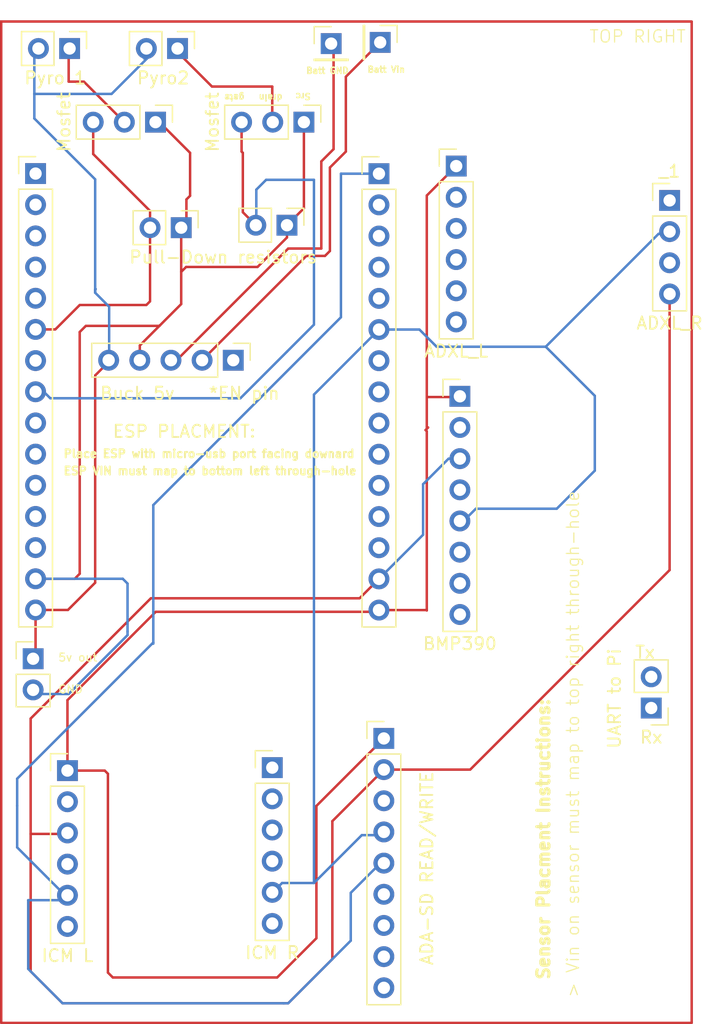
<source format=kicad_pcb>
(kicad_pcb (version 20241229) (generator "pcbnew") (generator_version "9.0")
  (layers (0 "F.Cu" mixed) (4 "In1.Cu" signal) (6 "In2.Cu" signal) (2 "B.Cu" mixed) (13 "F.Paste" user) (15 "B.Paste" user) (5 "F.SilkS" user "F.Silkscreen") (7 "B.SilkS" user "B.Silkscreen") (1 "F.Mask" user) (3 "B.Mask" user) (25 "Edge.Cuts" user))
  (net 0 "")
  (net 4 "Net-(-4-Pin_2)")
  (net 5 "Net-(-6-Pin_2)")
  (net 7 "unconnected-(J2-Pin_4-Pad4)")
  (net 10 "Battery Ground")
  (net 12 "/Vin")
  (net 16 "/GND_2")
  (net 17 "/CS_4")
  (net 19 "/MOSI")
  (net 21 "unconnected-(J9-Pin_7-Pad7)")
  (net 22 "/RX")
  (net 24 "/TX")
  (net 25 "unconnected-(J9-Pin_6-Pad6)")
  (footprint "Connector_PinHeader_2.54mm:PinHeader_1x02_P2.54mm_Vertical" (layer "F.Cu") (at 99.075 37.8 -90)
    (property "Reference" "-6" (hide yes))
    (property "Value" "Pull-Down resistors" (at 2.4 -3.425 0) (layer "F.SilkS"))
    (fp_line (start -1.38 3.92) (end 1.38 3.92) (stroke (width 0.12)) (layer "F.SilkS"))
    (fp_line (start -1.38 1.27) (end -1.38 3.92) (stroke (width 0.12)) (layer "F.SilkS"))
    (fp_line (start -1.38 1.27) (end 1.38 1.27) (stroke (width 0.12)) (layer "F.SilkS"))
    (fp_line (start 1.38 1.27) (end 1.38 3.92) (stroke (width 0.12)) (layer "F.SilkS"))
    (fp_line (start -1.38 0) (end -1.38 -1.38) (stroke (width 0.12)) (layer "F.SilkS"))
    (fp_line (start -1.38 -1.38) (end 0 -1.38) (stroke (width 0.12)) (layer "F.SilkS"))
    (pad "1" thru_hole rect (at 0 0 270) (size 1.7 1.7) (drill 1) (layers "*.Cu" "*.Mask"))
    (pad "2" thru_hole circle (at 0 2.54 270) (size 1.7 1.7) (drill 1) (layers "*.Cu" "*.Mask"))
  )
  (footprint "Connector_PinHeader_2.54mm:PinHeader_1x03_P2.54mm_Vertical" (layer "F.Cu") (at 109.08 29.2 -90)
    (property "Reference" "-3" (hide yes))
    (property "Value" "Mosfet" (at 0 7.46 90) (layer "F.SilkS"))
    (fp_line (start -1.38 6.46) (end 1.38 6.46) (stroke (width 0.12)) (layer "F.SilkS"))
    (fp_line (start -1.38 1.27) (end -1.38 6.46) (stroke (width 0.12)) (layer "F.SilkS"))
    (fp_line (start -1.38 1.27) (end 1.38 1.27) (stroke (width 0.12)) (layer "F.SilkS"))
    (fp_line (start 1.38 1.27) (end 1.38 6.46) (stroke (width 0.12)) (layer "F.SilkS"))
    (fp_line (start -1.38 0) (end -1.38 -1.38) (stroke (width 0.12)) (layer "F.SilkS"))
    (fp_line (start -1.38 -1.38) (end 0 -1.38) (stroke (width 0.12)) (layer "F.SilkS"))
    (pad "1" thru_hole rect (at 0 0 270) (size 1.7 1.7) (drill 1) (layers "*.Cu" "*.Mask"))
    (pad "2" thru_hole circle (at 0 2.54 270) (size 1.7 1.7) (drill 1) (layers "*.Cu" "*.Mask"))
    (pad "3" thru_hole circle (at 0 5.08 270) (size 1.7 1.7) (drill 1) (layers "*.Cu" "*.Mask"))
  )
  (footprint "Connector_PinHeader_2.54mm:PinHeader_1x08_P2.54mm_Vertical" (layer "F.Cu") (at 121.8 51.54)
    (property "Reference" "BMP390" (hide yes))
    (property "Value" "BMP390" (at 0 20.16 0) (layer "F.SilkS"))
    (fp_line (start -1.38 -1.38) (end 0 -1.38) (stroke (width 0.12)) (layer "F.SilkS"))
    (fp_line (start -1.38 0) (end -1.38 -1.38) (stroke (width 0.12)) (layer "F.SilkS"))
    (fp_line (start -1.38 1.27) (end -1.38 19.16) (stroke (width 0.12)) (layer "F.SilkS"))
    (fp_line (start -1.38 1.27) (end 1.38 1.27) (stroke (width 0.12)) (layer "F.SilkS"))
    (fp_line (start -1.38 19.16) (end 1.38 19.16) (stroke (width 0.12)) (layer "F.SilkS"))
    (fp_line (start 1.38 1.27) (end 1.38 19.16) (stroke (width 0.12)) (layer "F.SilkS"))
    (pad "1" thru_hole rect (at 0 0) (size 1.7 1.7) (drill 1) (layers "*.Cu" "*.Mask"))
    (pad "2" thru_hole circle (at 0 2.54) (size 1.7 1.7) (drill 1) (layers "*.Cu" "*.Mask"))
    (pad "3" thru_hole circle (at 0 5.08) (size 1.7 1.7) (drill 1) (layers "*.Cu" "*.Mask"))
    (pad "4" thru_hole circle (at 0 7.62) (size 1.7 1.7) (drill 1) (layers "*.Cu" "*.Mask"))
    (pad "5" thru_hole circle (at 0 10.16) (size 1.7 1.7) (drill 1) (layers "*.Cu" "*.Mask"))
    (pad "6" thru_hole circle (at 0 12.7) (size 1.7 1.7) (drill 1) (layers "*.Cu" "*.Mask"))
    (pad "7" thru_hole circle (at 0 15.24) (size 1.7 1.7) (drill 1) (layers "*.Cu" "*.Mask"))
    (pad "8" thru_hole circle (at 0 17.78) (size 1.7 1.7) (drill 1) (layers "*.Cu" "*.Mask"))
  )
  (footprint "Connector_PinHeader_2.54mm:PinHeader_1x03_P2.54mm_Vertical" (layer "F.Cu") (at 96.98 29.2 -90)
    (property "Reference" "-5" (hide yes))
    (property "Value" "Mosfet" (at 0 7.46 90) (layer "F.SilkS"))
    (fp_line (start -1.38 6.46) (end 1.38 6.46) (stroke (width 0.12)) (layer "F.SilkS"))
    (fp_line (start -1.38 1.27) (end -1.38 6.46) (stroke (width 0.12)) (layer "F.SilkS"))
    (fp_line (start -1.38 1.27) (end 1.38 1.27) (stroke (width 0.12)) (layer "F.SilkS"))
    (fp_line (start 1.38 1.27) (end 1.38 6.46) (stroke (width 0.12)) (layer "F.SilkS"))
    (fp_line (start -1.38 0) (end -1.38 -1.38) (stroke (width 0.12)) (layer "F.SilkS"))
    (fp_line (start -1.38 -1.38) (end 0 -1.38) (stroke (width 0.12)) (layer "F.SilkS"))
    (pad "1" thru_hole rect (at 0 0 270) (size 1.7 1.7) (drill 1) (layers "*.Cu" "*.Mask"))
    (pad "2" thru_hole circle (at 0 2.54 270) (size 1.7 1.7) (drill 1) (layers "*.Cu" "*.Mask"))
    (pad "3" thru_hole circle (at 0 5.08 270) (size 1.7 1.7) (drill 1) (layers "*.Cu" "*.Mask"))
  )
  (footprint "Connector_PinHeader_2.54mm:PinHeader_1x02_P2.54mm_Vertical" (layer "F.Cu") (at 89.975 23.2 -90)
    (property "Reference" "Pyro 1" (hide yes))
    (property "Value" "" (hide yes))
    (fp_line (start -1.38 3.92) (end 1.38 3.92) (stroke (width 0.12)) (layer "F.SilkS"))
    (fp_line (start -1.38 1.27) (end -1.38 3.92) (stroke (width 0.12)) (layer "F.SilkS"))
    (fp_line (start -1.38 1.27) (end 1.38 1.27) (stroke (width 0.12)) (layer "F.SilkS"))
    (fp_line (start 1.38 1.27) (end 1.38 3.92) (stroke (width 0.12)) (layer "F.SilkS"))
    (fp_line (start -1.38 0) (end -1.38 -1.38) (stroke (width 0.12)) (layer "F.SilkS"))
    (fp_line (start -1.38 -1.38) (end 0 -1.38) (stroke (width 0.12)) (layer "F.SilkS"))
    (fp_text user "${REFERENCE}" (at 2.4 1.175 0) (layer "F.SilkS"))
    (pad "1" thru_hole rect (at 0 0 270) (size 1.7 1.7) (drill 1) (layers "*.Cu" "*.Mask"))
    (pad "2" thru_hole circle (at 0 2.54 270) (size 1.7 1.7) (drill 1) (layers "*.Cu" "*.Mask"))
  )
  (footprint "Connector_PinHeader_2.54mm:PinHeader_1x06_P2.54mm_Vertical" (layer "F.Cu") (at 106.5 81.8)
    (property "Reference" "-8" (hide yes))
    (property "Value" "ICM R" (at 0 15.08 0) (layer "F.SilkS"))
    (fp_line (start -1.38 -1.38) (end 0 -1.38) (stroke (width 0.12)) (layer "F.SilkS"))
    (fp_line (start -1.38 0) (end -1.38 -1.38) (stroke (width 0.12)) (layer "F.SilkS"))
    (fp_line (start -1.38 1.27) (end -1.38 14.08) (stroke (width 0.12)) (layer "F.SilkS"))
    (fp_line (start -1.38 1.27) (end 1.38 1.27) (stroke (width 0.12)) (layer "F.SilkS"))
    (fp_line (start -1.38 14.08) (end 1.38 14.08) (stroke (width 0.12)) (layer "F.SilkS"))
    (fp_line (start 1.38 1.27) (end 1.38 14.08) (stroke (width 0.12)) (layer "F.SilkS"))
    (pad "1" thru_hole rect (at 0 0) (size 1.7 1.7) (drill 1) (layers "*.Cu" "*.Mask"))
    (pad "2" thru_hole circle (at 0 2.54) (size 1.7 1.7) (drill 1) (layers "*.Cu" "*.Mask"))
    (pad "3" thru_hole circle (at 0 5.08) (size 1.7 1.7) (drill 1) (layers "*.Cu" "*.Mask"))
    (pad "4" thru_hole circle (at 0 7.62) (size 1.7 1.7) (drill 1) (layers "*.Cu" "*.Mask"))
    (pad "5" thru_hole circle (at 0 10.16) (size 1.7 1.7) (drill 1) (layers "*.Cu" "*.Mask"))
    (pad "6" thru_hole circle (at 0 12.7) (size 1.7 1.7) (drill 1) (layers "*.Cu" "*.Mask"))
  )
  (footprint "Connector_PinHeader_2.54mm:PinHeader_1x02_P2.54mm_Vertical" (layer "F.Cu") (at 107.7 37.6 -90)
    (property "Reference" "-4" (hide yes))
    (property "Value" "Pull-Down resistor" (hide yes))
    (fp_line (start -1.38 3.92) (end 1.38 3.92) (stroke (width 0.12)) (layer "F.SilkS"))
    (fp_line (start -1.38 1.27) (end -1.38 3.92) (stroke (width 0.12)) (layer "F.SilkS"))
    (fp_line (start -1.38 1.27) (end 1.38 1.27) (stroke (width 0.12)) (layer "F.SilkS"))
    (fp_line (start 1.38 1.27) (end 1.38 3.92) (stroke (width 0.12)) (layer "F.SilkS"))
    (fp_line (start -1.38 0) (end -1.38 -1.38) (stroke (width 0.12)) (layer "F.SilkS"))
    (fp_line (start -1.38 -1.38) (end 0 -1.38) (stroke (width 0.12)) (layer "F.SilkS"))
    (pad "1" thru_hole rect (at 0 0 270) (size 1.7 1.7) (drill 1) (layers "*.Cu" "*.Mask"))
    (pad "2" thru_hole circle (at 0 2.54 270) (size 1.7 1.7) (drill 1) (layers "*.Cu" "*.Mask"))
  )
  (footprint "Connector_PinHeader_2.54mm:PinHeader_1x05_P2.54mm_Vertical" (layer "F.Cu") (at 103.32 48.6 -90)
    (property "Reference" "Buck 5v" (at 2.7 7.82 180) (layer "F.SilkS"))
    (property "Value" "*EN pin" (at 2.7 -0.88 0) (layer "F.SilkS"))
    (fp_line (start -1.38 11.54) (end 1.38 11.54) (stroke (width 0.12)) (layer "F.SilkS"))
    (fp_line (start -1.38 1.27) (end -1.38 11.54) (stroke (width 0.12)) (layer "F.SilkS"))
    (fp_line (start -1.38 1.27) (end 1.38 1.27) (stroke (width 0.12)) (layer "F.SilkS"))
    (fp_line (start 1.38 1.27) (end 1.38 11.54) (stroke (width 0.12)) (layer "F.SilkS"))
    (fp_line (start -1.38 0) (end -1.38 -1.38) (stroke (width 0.12)) (layer "F.SilkS"))
    (fp_line (start -1.38 -1.38) (end 0 -1.38) (stroke (width 0.12)) (layer "F.SilkS"))
    (pad "1" thru_hole rect (at 0 0 270) (size 1.7 1.7) (drill 1) (layers "*.Cu" "*.Mask"))
    (pad "2" thru_hole circle (at 0 2.54 270) (size 1.7 1.7) (drill 1) (layers "*.Cu" "*.Mask"))
    (pad "3" thru_hole circle (at 0 5.08 270) (size 1.7 1.7) (drill 1) (layers "*.Cu" "*.Mask"))
    (pad "4" thru_hole circle (at 0 7.62 270) (size 1.7 1.7) (drill 1) (layers "*.Cu" "*.Mask"))
    (pad "5" thru_hole circle (at 0 10.16 270) (size 1.7 1.7) (drill 1) (layers "*.Cu" "*.Mask"))
  )
  (footprint "Connector_PinHeader_2.54mm:PinHeader_1x15_P2.54mm_Vertical" (layer "F.Cu") (at 87.2 33.39)
    (property "Reference" "ESP_L" (hide yes))
    (property "Value" "ESP left_pins" (hide yes))
    (fp_line (start -1.38 -1.38) (end 0 -1.38) (stroke (width 0.12)) (layer "F.SilkS"))
    (fp_line (start -1.38 0) (end -1.38 -1.38) (stroke (width 0.12)) (layer "F.SilkS"))
    (fp_line (start -1.38 1.27) (end -1.38 36.94) (stroke (width 0.12)) (layer "F.SilkS"))
    (fp_line (start -1.38 1.27) (end 1.38 1.27) (stroke (width 0.12)) (layer "F.SilkS"))
    (fp_line (start -1.38 36.94) (end 1.38 36.94) (stroke (width 0.12)) (layer "F.SilkS"))
    (fp_line (start 1.38 1.27) (end 1.38 36.94) (stroke (width 0.12)) (layer "F.SilkS"))
    (pad "1" thru_hole rect (at 0 0) (size 1.7 1.7) (drill 1) (layers "*.Cu" "*.Mask"))
    (pad "2" thru_hole circle (at 0 2.54) (size 1.7 1.7) (drill 1) (layers "*.Cu" "*.Mask"))
    (pad "3" thru_hole circle (at 0 5.08) (size 1.7 1.7) (drill 1) (layers "*.Cu" "*.Mask"))
    (pad "4" thru_hole circle (at 0 7.62) (size 1.7 1.7) (drill 1) (layers "*.Cu" "*.Mask") (net 7 "unconnected-(J2-Pin_4-Pad4)"))
    (pad "5" thru_hole circle (at 0 10.16) (size 1.7 1.7) (drill 1) (layers "*.Cu" "*.Mask"))
    (pad "6" thru_hole circle (at 0 12.7) (size 1.7 1.7) (drill 1) (layers "*.Cu" "*.Mask") (net 5 "Net-(-6-Pin_2)"))
    (pad "7" thru_hole circle (at 0 15.24) (size 1.7 1.7) (drill 1) (layers "*.Cu" "*.Mask"))
    (pad "8" thru_hole circle (at 0 17.78) (size 1.7 1.7) (drill 1) (layers "*.Cu" "*.Mask") (net 4 "Net-(-4-Pin_2)"))
    (pad "9" thru_hole circle (at 0 20.32) (size 1.7 1.7) (drill 1) (layers "*.Cu" "*.Mask"))
    (pad "10" thru_hole circle (at 0 22.86) (size 1.7 1.7) (drill 1) (layers "*.Cu" "*.Mask"))
    (pad "11" thru_hole circle (at 0 25.4) (size 1.7 1.7) (drill 1) (layers "*.Cu" "*.Mask"))
    (pad "12" thru_hole circle (at 0 27.94) (size 1.7 1.7) (drill 1) (layers "*.Cu" "*.Mask"))
    (pad "13" thru_hole circle (at 0 30.48) (size 1.7 1.7) (drill 1) (layers "*.Cu" "*.Mask"))
    (pad "14" thru_hole circle (at 0 33.02) (size 1.7 1.7) (drill 1) (layers "*.Cu" "*.Mask") (net 16 "/GND_2"))
    (pad "15" thru_hole circle (at 0 35.56) (size 1.7 1.7) (drill 1) (layers "*.Cu" "*.Mask") (net 12 "/Vin"))
  )
  (footprint "Connector_PinHeader_2.54mm:PinHeader_1x01_P2.54mm_Vertical" (layer "F.Cu") (at 115.3 22.7 -90)
    (property "Reference" "J4" (hide yes))
    (property "Value" "Batt_Vin" (hide yes))
    (fp_line (start -1.38 1.38) (end 1.38 1.38) (stroke (width 0.12)) (layer "F.SilkS"))
    (fp_line (start -1.38 1.27) (end -1.38 1.38) (stroke (width 0.12)) (layer "F.SilkS"))
    (fp_line (start -1.38 1.27) (end 1.38 1.27) (stroke (width 0.12)) (layer "F.SilkS"))
    (fp_line (start 1.38 1.27) (end 1.38 1.38) (stroke (width 0.12)) (layer "F.SilkS"))
    (fp_line (start -1.38 0) (end -1.38 -1.38) (stroke (width 0.12)) (layer "F.SilkS"))
    (fp_line (start -1.38 -1.38) (end 0 -1.38) (stroke (width 0.12)) (layer "F.SilkS"))
    (pad "1" thru_hole rect (at 0 0 270) (size 1.7 1.7) (drill 1) (layers "*.Cu" "*.Mask"))
  )
  (footprint "Connector_PinHeader_2.54mm:PinHeader_1x01_P2.54mm_Vertical" (layer "F.Cu") (at 111.3 22.8)
    (property "Reference" "Batt GND" (at -0.3 2.2 0) (layer "F.SilkS") (effects (font (size 0.5 0.5) (thickness 0.1375))))
    (property "Value" "Batt_GND" (hide yes))
    (fp_line (start -1.38 -1.38) (end 0 -1.38) (stroke (width 0.12)) (layer "F.SilkS"))
    (fp_line (start -1.38 0) (end -1.38 -1.38) (stroke (width 0.12)) (layer "F.SilkS"))
    (fp_line (start -1.38 1.27) (end -1.38 1.38) (stroke (width 0.12)) (layer "F.SilkS"))
    (fp_line (start -1.38 1.27) (end 1.38 1.27) (stroke (width 0.12)) (layer "F.SilkS"))
    (fp_line (start -1.38 1.38) (end 1.38 1.38) (stroke (width 0.12)) (layer "F.SilkS"))
    (fp_line (start 1.38 1.27) (end 1.38 1.38) (stroke (width 0.12)) (layer "F.SilkS"))
    (pad "1" thru_hole rect (at 0 0) (size 1.7 1.7) (drill 1) (layers "*.Cu" "*.Mask") (net 10 "Battery Ground"))
  )
  (footprint "Connector_PinHeader_2.54mm:PinHeader_1x04_P2.54mm_Vertical" (layer "F.Cu") (at 138.9 35.58)
    (property "Reference" "_1" (at 0 -2.38 0) (layer "F.SilkS"))
    (property "Value" "ADXL_R" (at 0 10 0) (layer "F.SilkS"))
    (fp_line (start -1.38 -1.38) (end 0 -1.38) (stroke (width 0.12)) (layer "F.SilkS"))
    (fp_line (start -1.38 0) (end -1.38 -1.38) (stroke (width 0.12)) (layer "F.SilkS"))
    (fp_line (start -1.38 1.27) (end -1.38 9) (stroke (width 0.12)) (layer "F.SilkS"))
    (fp_line (start -1.38 1.27) (end 1.38 1.27) (stroke (width 0.12)) (layer "F.SilkS"))
    (fp_line (start -1.38 9) (end 1.38 9) (stroke (width 0.12)) (layer "F.SilkS"))
    (fp_line (start 1.38 1.27) (end 1.38 9) (stroke (width 0.12)) (layer "F.SilkS"))
    (pad "1" thru_hole rect (at 0 0) (size 1.7 1.7) (drill 1) (layers "*.Cu" "*.Mask"))
    (pad "2" thru_hole circle (at 0 2.54) (size 1.7 1.7) (drill 1) (layers "*.Cu" "*.Mask"))
    (pad "3" thru_hole circle (at 0 5.08) (size 1.7 1.7) (drill 1) (layers "*.Cu" "*.Mask"))
    (pad "4" thru_hole circle (at 0 7.62) (size 1.7 1.7) (drill 1) (layers "*.Cu" "*.Mask"))
  )
  (footprint "Connector_PinHeader_2.54mm:PinHeader_1x06_P2.54mm_Vertical" (layer "F.Cu") (at 89.8 82.04)
    (property "Reference" "-7" (hide yes))
    (property "Value" "ICM L" (at 0 15.08 0) (layer "F.SilkS"))
    (fp_line (start -1.38 -1.38) (end 0 -1.38) (stroke (width 0.12)) (layer "F.SilkS"))
    (fp_line (start -1.38 0) (end -1.38 -1.38) (stroke (width 0.12)) (layer "F.SilkS"))
    (fp_line (start -1.38 1.27) (end -1.38 14.08) (stroke (width 0.12)) (layer "F.SilkS"))
    (fp_line (start -1.38 1.27) (end 1.38 1.27) (stroke (width 0.12)) (layer "F.SilkS"))
    (fp_line (start -1.38 14.08) (end 1.38 14.08) (stroke (width 0.12)) (layer "F.SilkS"))
    (fp_line (start 1.38 1.27) (end 1.38 14.08) (stroke (width 0.12)) (layer "F.SilkS"))
    (pad "1" thru_hole rect (at 0 0) (size 1.7 1.7) (drill 1) (layers "*.Cu" "*.Mask"))
    (pad "2" thru_hole circle (at 0 2.54) (size 1.7 1.7) (drill 1) (layers "*.Cu" "*.Mask"))
    (pad "3" thru_hole circle (at 0 5.08) (size 1.7 1.7) (drill 1) (layers "*.Cu" "*.Mask"))
    (pad "4" thru_hole circle (at 0 7.62) (size 1.7 1.7) (drill 1) (layers "*.Cu" "*.Mask"))
    (pad "5" thru_hole circle (at 0 10.16) (size 1.7 1.7) (drill 1) (layers "*.Cu" "*.Mask"))
    (pad "6" thru_hole circle (at 0 12.7) (size 1.7 1.7) (drill 1) (layers "*.Cu" "*.Mask"))
  )
  (footprint "Connector_PinHeader_2.54mm:PinHeader_1x09_P2.54mm_Vertical" (layer "F.Cu") (at 115.6 79.42)
    (property "Reference" "J11" (hide yes))
    (property "Value" "ADA-SD READ/WRITE" (at 3.5 10.58 90) (layer "F.SilkS"))
    (fp_line (start -1.38 -1.38) (end 0 -1.38) (stroke (width 0.12)) (layer "F.SilkS"))
    (fp_line (start -1.38 0) (end -1.38 -1.38) (stroke (width 0.12)) (layer "F.SilkS"))
    (fp_line (start -1.38 1.27) (end -1.38 21.7) (stroke (width 0.12)) (layer "F.SilkS"))
    (fp_line (start -1.38 1.27) (end 1.38 1.27) (stroke (width 0.12)) (layer "F.SilkS"))
    (fp_line (start -1.38 21.7) (end 1.38 21.7) (stroke (width 0.12)) (layer "F.SilkS"))
    (fp_line (start 1.38 1.27) (end 1.38 21.7) (stroke (width 0.12)) (layer "F.SilkS"))
    (pad "1" thru_hole rect (at 0 0) (size 1.7 1.7) (drill 1) (layers "*.Cu" "*.Mask"))
    (pad "2" thru_hole circle (at 0 2.54) (size 1.7 1.7) (drill 1) (layers "*.Cu" "*.Mask"))
    (pad "3" thru_hole circle (at 0 5.08) (size 1.7 1.7) (drill 1) (layers "*.Cu" "*.Mask"))
    (pad "4" thru_hole circle (at 0 7.62) (size 1.7 1.7) (drill 1) (layers "*.Cu" "*.Mask"))
    (pad "5" thru_hole circle (at 0 10.16) (size 1.7 1.7) (drill 1) (layers "*.Cu" "*.Mask"))
    (pad "6" thru_hole circle (at 0 12.7) (size 1.7 1.7) (drill 1) (layers "*.Cu" "*.Mask"))
    (pad "7" thru_hole circle (at 0 15.24) (size 1.7 1.7) (drill 1) (layers "*.Cu" "*.Mask"))
    (pad "8" thru_hole circle (at 0 17.78) (size 1.7 1.7) (drill 1) (layers "*.Cu" "*.Mask"))
    (pad "9" thru_hole circle (at 0 20.32) (size 1.7 1.7) (drill 1) (layers "*.Cu" "*.Mask"))
  )
  (footprint "Connector_PinHeader_2.54mm:PinHeader_1x15_P2.54mm_Vertical" (layer "F.Cu") (at 115.2 33.4)
    (property "Reference" "ESP_R" (hide yes))
    (property "Value" "ESP right_pins" (hide yes))
    (fp_line (start -1.38 -1.38) (end 0 -1.38) (stroke (width 0.12)) (layer "F.SilkS"))
    (fp_line (start -1.38 0) (end -1.38 -1.38) (stroke (width 0.12)) (layer "F.SilkS"))
    (fp_line (start -1.38 1.27) (end -1.38 36.94) (stroke (width 0.12)) (layer "F.SilkS"))
    (fp_line (start -1.38 1.27) (end 1.38 1.27) (stroke (width 0.12)) (layer "F.SilkS"))
    (fp_line (start -1.38 36.94) (end 1.38 36.94) (stroke (width 0.12)) (layer "F.SilkS"))
    (fp_line (start 1.38 1.27) (end 1.38 36.94) (stroke (width 0.12)) (layer "F.SilkS"))
    (pad "1" thru_hole rect (at 0 0) (size 1.7 1.7) (drill 1) (layers "*.Cu" "*.Mask") (net 19 "/MOSI"))
    (pad "2" thru_hole circle (at 0 2.54) (size 1.7 1.7) (drill 1) (layers "*.Cu" "*.Mask"))
    (pad "3" thru_hole circle (at 0 5.08) (size 1.7 1.7) (drill 1) (layers "*.Cu" "*.Mask"))
    (pad "4" thru_hole circle (at 0 7.62) (size 1.7 1.7) (drill 1) (layers "*.Cu" "*.Mask"))
    (pad "5" thru_hole circle (at 0 10.16) (size 1.7 1.7) (drill 1) (layers "*.Cu" "*.Mask"))
    (pad "6" thru_hole circle (at 0 12.7) (size 1.7 1.7) (drill 1) (layers "*.Cu" "*.Mask") (net 25 "unconnected-(J9-Pin_6-Pad6)"))
    (pad "7" thru_hole circle (at 0 15.24) (size 1.7 1.7) (drill 1) (layers "*.Cu" "*.Mask") (net 21 "unconnected-(J9-Pin_7-Pad7)"))
    (pad "8" thru_hole circle (at 0 17.78) (size 1.7 1.7) (drill 1) (layers "*.Cu" "*.Mask") (net 17 "/CS_4"))
    (pad "9" thru_hole circle (at 0 20.32) (size 1.7 1.7) (drill 1) (layers "*.Cu" "*.Mask") (net 24 "/TX"))
    (pad "10" thru_hole circle (at 0 22.86) (size 1.7 1.7) (drill 1) (layers "*.Cu" "*.Mask") (net 22 "/RX"))
    (pad "11" thru_hole circle (at 0 25.4) (size 1.7 1.7) (drill 1) (layers "*.Cu" "*.Mask"))
    (pad "12" thru_hole circle (at 0 27.94) (size 1.7 1.7) (drill 1) (layers "*.Cu" "*.Mask"))
    (pad "13" thru_hole circle (at 0 30.48) (size 1.7 1.7) (drill 1) (layers "*.Cu" "*.Mask"))
    (pad "14" thru_hole circle (at 0 33.02) (size 1.7 1.7) (drill 1) (layers "*.Cu" "*.Mask"))
    (pad "15" thru_hole circle (at 0 35.56) (size 1.7 1.7) (drill 1) (layers "*.Cu" "*.Mask"))
  )
  (footprint "Connector_PinHeader_2.54mm:PinHeader_1x06_P2.54mm_Vertical" (layer "F.Cu") (at 121.5 32.78)
    (property "Reference" "_2" (hide yes))
    (property "Value" "ADXL_L" (at 0 15.08 0) (layer "F.SilkS"))
    (fp_line (start -1.38 -1.38) (end 0 -1.38) (stroke (width 0.12)) (layer "F.SilkS"))
    (fp_line (start -1.38 0) (end -1.38 -1.38) (stroke (width 0.12)) (layer "F.SilkS"))
    (fp_line (start -1.38 1.27) (end -1.38 14.08) (stroke (width 0.12)) (layer "F.SilkS"))
    (fp_line (start -1.38 1.27) (end 1.38 1.27) (stroke (width 0.12)) (layer "F.SilkS"))
    (fp_line (start -1.38 14.08) (end 1.38 14.08) (stroke (width 0.12)) (layer "F.SilkS"))
    (fp_line (start 1.38 1.27) (end 1.38 14.08) (stroke (width 0.12)) (layer "F.SilkS"))
    (pad "1" thru_hole rect (at 0 0) (size 1.7 1.7) (drill 1) (layers "*.Cu" "*.Mask"))
    (pad "2" thru_hole circle (at 0 2.54) (size 1.7 1.7) (drill 1) (layers "*.Cu" "*.Mask"))
    (pad "3" thru_hole circle (at 0 5.08) (size 1.7 1.7) (drill 1) (layers "*.Cu" "*.Mask"))
    (pad "4" thru_hole circle (at 0 7.62) (size 1.7 1.7) (drill 1) (layers "*.Cu" "*.Mask"))
    (pad "5" thru_hole circle (at 0 10.16) (size 1.7 1.7) (drill 1) (layers "*.Cu" "*.Mask"))
    (pad "6" thru_hole circle (at 0 12.7) (size 1.7 1.7) (drill 1) (layers "*.Cu" "*.Mask"))
  )
  (footprint "Connector_PinHeader_2.54mm:PinHeader_1x02_P2.54mm_Vertical" (layer "F.Cu") (at 98.775 23.2 -90)
    (property "Reference" "_3" (hide yes))
    (property "Value" "Pyro2" (at 2.4 1.175 180) (layer "F.SilkS"))
    (fp_line (start -1.38 3.92) (end 1.38 3.92) (stroke (width 0.12)) (layer "F.SilkS"))
    (fp_line (start -1.38 1.27) (end -1.38 3.92) (stroke (width 0.12)) (layer "F.SilkS"))
    (fp_line (start -1.38 1.27) (end 1.38 1.27) (stroke (width 0.12)) (layer "F.SilkS"))
    (fp_line (start 1.38 1.27) (end 1.38 3.92) (stroke (width 0.12)) (layer "F.SilkS"))
    (fp_line (start -1.38 0) (end -1.38 -1.38) (stroke (width 0.12)) (layer "F.SilkS"))
    (fp_line (start -1.38 -1.38) (end 0 -1.38) (stroke (width 0.12)) (layer "F.SilkS"))
    (pad "1" thru_hole rect (at 0 0 270) (size 1.7 1.7) (drill 1) (layers "*.Cu" "*.Mask"))
    (pad "2" thru_hole circle (at 0 2.54 270) (size 1.7 1.7) (drill 1) (layers "*.Cu" "*.Mask"))
  )
  (footprint "Connector_PinHeader_2.54mm:PinHeader_1x02_P2.54mm_Vertical" (layer "F.Cu") (at 137.4 76.94 180)
    (property "Reference" "Rx" (at 0 -2.38 0) (layer "F.SilkS"))
    (property "Value" "UART to Pi" (at 3 0.775 90) (layer "F.SilkS"))
    (fp_line (start 1.38 1.27) (end 1.38 3.92) (stroke (width 0.12)) (layer "F.SilkS"))
    (fp_line (start -1.38 3.92) (end 1.38 3.92) (stroke (width 0.12)) (layer "F.SilkS"))
    (fp_line (start -1.38 1.27) (end 1.38 1.27) (stroke (width 0.12)) (layer "F.SilkS"))
    (fp_line (start -1.38 1.27) (end -1.38 3.92) (stroke (width 0.12)) (layer "F.SilkS"))
    (fp_line (start -1.38 0) (end -1.38 -1.38) (stroke (width 0.12)) (layer "F.SilkS"))
    (fp_line (start -1.38 -1.38) (end 0 -1.38) (stroke (width 0.12)) (layer "F.SilkS"))
    (fp_text user "Tx" (at 0.5 4.54 180) (layer "F.SilkS"))
    (pad "1" thru_hole rect (at 0 0 180) (size 1.7 1.7) (drill 1) (layers "*.Cu" "*.Mask"))
    (pad "2" thru_hole circle (at 0 2.54 180) (size 1.7 1.7) (drill 1) (layers "*.Cu" "*.Mask"))
  )
  (footprint "Connector_PinHeader_2.54mm:PinHeader_1x02_P2.54mm_Vertical" (layer "F.Cu") (at 87 72.925)
    (property "Reference" "ESP PLACMENT: " (at 12.7 -18.525 0) (layer "F.SilkS"))
    (property "Value" "PowerToPi" (hide yes))
    (fp_line (start -1.38 -1.38) (end 0 -1.38) (stroke (width 0.12)) (layer "F.SilkS"))
    (fp_line (start -1.38 0) (end -1.38 -1.38) (stroke (width 0.12)) (layer "F.SilkS"))
    (fp_line (start -1.38 1.27) (end -1.38 3.92) (stroke (width 0.12)) (layer "F.SilkS"))
    (fp_line (start -1.38 1.27) (end 1.38 1.27) (stroke (width 0.12)) (layer "F.SilkS"))
    (fp_line (start -1.38 3.92) (end 1.38 3.92) (stroke (width 0.12)) (layer "F.SilkS"))
    (fp_line (start 1.38 1.27) (end 1.38 3.92) (stroke (width 0.12)) (layer "F.SilkS"))
    (pad "1" thru_hole rect (at 0 0) (size 1.7 1.7) (drill 1) (layers "*.Cu" "*.Mask"))
    (pad "2" thru_hole circle (at 0 2.54) (size 1.7 1.7) (drill 1) (layers "*.Cu" "*.Mask"))
  )
  (gr_rect (start 84.4 21) (end 140.7 102.6) (stroke (width 0.2)) (fill no) (layer "F.Cu") (net 10))
  (gr_text "Place ESP with micro-usb port facing downard" (at 89.4 56.6 0) (layer "F.SilkS") (effects (font (size 0.65 0.65) (thickness 0.3) (bold yes)) (justify left bottom)))
  (gr_text "Src\n" (at 109.7 26.8 180) (layer "F.SilkS") (effects (font (size 0.5 0.5) (thickness 0.3) (bold yes)) (justify left bottom)))
  (gr_text "> Vin on sensor must map to top right through-hole\n" (at 131.6 100.6 90) (layer "F.SilkS") (effects (font (size 1 1) (thickness 0.1)) (justify left bottom)))
  (gr_text "TOP RIGHT" (at 132.3 22.8 0) (layer "F.SilkS") (effects (font (size 1 1) (thickness 0.1)) (justify left bottom)))
  (gr_text "ESP VIN must map to bottom left through-hole\n" (at 89.4 58 0) (layer "F.SilkS") (effects (font (size 0.65 0.65) (thickness 0.65) (bold yes)) (justify left bottom)))
  (gr_text "5v out" (at 89 73.2 0) (layer "F.SilkS") (effects (font (size 0.65 0.65) (thickness 0.1)) (justify left bottom)))
  (gr_text "GND" (at 89 75.8 0) (layer "F.SilkS") (effects (font (size 0.65 0.65) (thickness 0.1)) (justify left bottom)))
  (gr_text "drain\n" (at 107.4 26.9 180) (layer "F.SilkS") (effects (font (size 0.5 0.5) (thickness 0.3) (bold yes)) (justify left bottom)))
  (gr_text "Sensor Placment Instructions:" (at 129.2 99.2 90) (layer "F.SilkS") (effects (font (size 1 1) (thickness 0.3) (bold yes)) (justify left bottom)))
  (gr_text "gate" (at 104.3 26.9 180) (layer "F.SilkS") (effects (font (size 0.5 0.5) (thickness 0.3) (bold yes)) (justify left bottom)))
  (gr_text "Batt Vin" (at 114.2 25.2 0) (layer "F.SilkS") (effects (font (size 0.5 0.5) (thickness 0.3) (bold yes)) (justify left bottom)))
  (segment (start 89.8 82.04) (end 92.84 82.04) (width 0.2) (layer "F.Cu") (net 0))
  (segment (start 119.1 54.19) (end 119.1 51.6) (width 0.2) (layer "F.Cu") (net 0))
  (segment (start 113.62 68) (end 96.6 68) (width 0.2) (layer "F.Cu") (net 0))
  (segment (start 119.1 68.99) (end 119.1 54.39) (width 0.2) (layer "F.Cu") (net 0))
  (segment (start 115.06 69.1) (end 97 69.1) (width 0.2) (layer "F.Cu") (net 0))
  (segment (start 119.1 51.6) (end 119.1 35.18) (width 0.2) (layer "F.Cu") (net 0))
  (segment (start 110.1 95.7) (end 110.1 84.92) (width 0.2) (layer "F.Cu") (net 0))
  (segment (start 119.1 51.6) (end 121.74 51.6) (width 0.2) (layer "F.Cu") (net 0))
  (segment (start 115.74 81.82) (end 115.6 81.96) (width 0.2) (layer "F.Cu") (net 0))
  (segment (start 89.72 87.2) (end 89.8 87.12) (width 0.2) (layer "F.Cu") (net 0))
  (segment (start 112.5 25.5) (end 112.5 31.6) (width 0.2) (layer "F.Cu") (net 0))
  (segment (start 106.54 29.2) (end 106.5 29.16) (width 0.2) (layer "F.Cu") (net 0))
  (segment (start 106.5 29.16) (end 106.5 26.3) (width 0.2) (layer "F.Cu") (net 0))
  (segment (start 110.8 40.1) (end 109.28 40.1) (width 0.2) (layer "F.Cu") (net 0))
  (segment (start 89.8 76.3) (end 89.8 82.04) (width 0.2) (layer "F.Cu") (net 0))
  (segment (start 115.6 81.96) (end 122.64 81.96) (width 0.2) (layer "F.Cu") (net 0))
  (segment (start 107.8 101) (end 111.4 97.4) (width 0.2) (layer "F.Cu") (net 0))
  (segment (start 92.84 82.04) (end 93.1 82.3) (width 0.2) (layer "F.Cu") (net 0))
  (segment (start 115.3 22.7) (end 112.5 25.5) (width 0.2) (layer "F.Cu") (net 0))
  (segment (start 115.2 66.42) (end 113.62 68) (width 0.2) (layer "F.Cu") (net 0))
  (segment (start 138.9 65.7) (end 138.9 43.2) (width 0.2) (layer "F.Cu") (net 0))
  (segment (start 111.2 32.9) (end 111.2 39.7) (width 0.2) (layer "F.Cu") (net 0))
  (segment (start 115.2 68.96) (end 119.07 68.96) (width 0.2) (layer "F.Cu") (net 0))
  (segment (start 119.1 54.19) (end 119.21 54.08) (width 0.2) (layer "F.Cu") (net 0))
  (segment (start 89.9 25.9) (end 89.9 23.275) (width 0.2) (layer "F.Cu") (net 0))
  (segment (start 86.8 77.8) (end 86.8 87.2) (width 0.2) (layer "F.Cu") (net 0))
  (segment (start 109.28 40.1) (end 100.78 48.6) (width 0.2) (layer "F.Cu") (net 0))
  (segment (start 111.4 86.16) (end 115.6 81.96) (width 0.2) (layer "F.Cu") (net 0))
  (segment (start 119.1 35.18) (end 121.5 32.78) (width 0.2) (layer "F.Cu") (net 0))
  (segment (start 111.4 97.4) (end 111.4 86.16) (width 0.2) (layer "F.Cu") (net 0))
  (segment (start 119 54.29) (end 119.1 54.19) (width 0.2) (layer "F.Cu") (net 0))
  (segment (start 89.4 101) (end 107.8 101) (width 0.2) (layer "F.Cu") (net 0))
  (segment (start 115.2 68.96) (end 115.06 69.1) (width 0.2) (layer "F.Cu") (net 0))
  (segment (start 89.9 23.275) (end 89.975 23.2) (width 0.2) (layer "F.Cu") (net 0))
  (segment (start 106.5 26.3) (end 101.585 26.3) (width 0.2) (layer "F.Cu") (net 0))
  (segment (start 101.585 26.3) (end 99.185 23.9) (width 0.2) (layer "F.Cu") (net 0))
  (segment (start 96.6 68) (end 86.8 77.8) (width 0.2) (layer "F.Cu") (net 0))
  (segment (start 86.8 98.4) (end 89.4 101) (width 0.2) (layer "F.Cu") (net 0))
  (segment (start 93.1 82.3) (end 93.1 98.5) (width 0.2) (layer "F.Cu") (net 0))
  (segment (start 111.2 39.7) (end 110.8 40.1) (width 0.2) (layer "F.Cu") (net 0))
  (segment (start 86.8 87.2) (end 89.72 87.2) (width 0.2) (layer "F.Cu") (net 0))
  (segment (start 110.1 84.92) (end 115.6 79.42) (width 0.2) (layer "F.Cu") (net 0))
  (segment (start 86.8 87.2) (end 86.8 98.4) (width 0.2) (layer "F.Cu") (net 0))
  (segment (start 115.2 79.02) (end 115.6 79.42) (width 0.2) (layer "F.Cu") (net 0))
  (segment (start 93.5 98.9) (end 106.9 98.9) (width 0.2) (layer "F.Cu") (net 0))
  (segment (start 119.07 68.96) (end 119.1 68.99) (width 0.2) (layer "F.Cu") (net 0))
  (segment (start 91.14 25.9) (end 89.9 25.9) (width 0.2) (layer "F.Cu") (net 0))
  (segment (start 93.1 98.5) (end 93.5 98.9) (width 0.2) (layer "F.Cu") (net 0))
  (segment (start 112.5 31.6) (end 111.2 32.9) (width 0.2) (layer "F.Cu") (net 0))
  (segment (start 121.74 51.6) (end 121.8 51.54) (width 0.2) (layer "F.Cu") (net 0))
  (segment (start 119.1 54.39) (end 119 54.29) (width 0.2) (layer "F.Cu") (net 0))
  (segment (start 94.44 29.2) (end 91.14 25.9) (width 0.2) (layer "F.Cu") (net 0))
  (segment (start 97 69.1) (end 89.8 76.3) (width 0.2) (layer "F.Cu") (net 0))
  (segment (start 122.64 81.96) (end 138.9 65.7) (width 0.2) (layer "F.Cu") (net 0))
  (segment (start 106.9 98.9) (end 110.1 95.7) (width 0.2) (layer "F.Cu") (net 0))
  (segment (start 115.2 66.42) (end 118.8 62.82) (width 0.2) (layer "B.Cu") (net 0))
  (segment (start 115.2 66.42) (end 115.08 66.42) (width 0.2) (layer "B.Cu") (net 0))
  (segment (start 120.88 56.62) (end 121.8 56.62) (width 0.2) (layer "B.Cu") (net 0))
  (segment (start 118.8 62.82) (end 118.8 58.7) (width 0.2) (layer "B.Cu") (net 0))
  (segment (start 115.2 68.96) (end 115.2 69.19) (width 0.2) (layer "B.Cu") (net 0))
  (segment (start 115.22 79.8) (end 115.6 79.42) (width 0.2) (layer "B.Cu") (net 0))
  (segment (start 115.2 69.19) (end 115.3 69.29) (width 0.2) (layer "B.Cu") (net 0))
  (segment (start 118.8 58.7) (end 120.88 56.62) (width 0.2) (layer "B.Cu") (net 0))
  (segment (start 104.1 36.54) (end 105.16 37.6) (width 0.2) (layer "F.Cu") (net 4))
  (segment (start 104 31.6) (end 104.1 31.7) (width 0.2) (layer "F.Cu") (net 4))
  (segment (start 104 29.2) (end 104 31.6) (width 0.2) (layer "F.Cu") (net 4))
  (segment (start 104.1 31.7) (end 104.1 36.54) (width 0.2) (layer "F.Cu") (net 4))
  (segment (start 107.7 47.9) (end 103.9 51.7) (width 0.2) (layer "B.Cu") (net 4))
  (segment (start 105.2 37.5) (end 105.4 37.7) (width 0.2) (layer "B.Cu") (net 4))
  (segment (start 103.9 51.7) (end 88.4 51.7) (width 0.2) (layer "B.Cu") (net 4))
  (segment (start 88.4 51.7) (end 87.6 50.9) (width 0.2) (layer "B.Cu") (net 4))
  (segment (start 109.9 45.7) (end 109.9 33.9) (width 0.2) (layer "B.Cu") (net 4))
  (segment (start 109.9 33.9) (end 106 33.9) (width 0.2) (layer "B.Cu") (net 4))
  (segment (start 106 33.9) (end 105.2 34.7) (width 0.2) (layer "B.Cu") (net 4))
  (segment (start 105.2 34.7) (end 105.2 37.5) (width 0.2) (layer "B.Cu") (net 4))
  (segment (start 107.7 47.9) (end 109.9 45.7) (width 0.2) (layer "B.Cu") (net 4))
  (segment (start 87.2 46.09) (end 88.81 46.09) (width 0.2) (layer "F.Cu") (net 5))
  (segment (start 91.9 31.8) (end 91.9 29.2) (width 0.2) (layer "F.Cu") (net 5))
  (segment (start 96.235 44.1) (end 96.535 43.8) (width 0.2) (layer "F.Cu") (net 5))
  (segment (start 88.81 46.09) (end 90.8 44.1) (width 0.2) (layer "F.Cu") (net 5))
  (segment (start 87.61 46.5) (end 87.2 46.09) (width 0.2) (layer "F.Cu") (net 5))
  (segment (start 96.535 36.435) (end 91.9 31.8) (width 0.2) (layer "F.Cu") (net 5))
  (segment (start 90.8 44.1) (end 96.235 44.1) (width 0.2) (layer "F.Cu") (net 5))
  (segment (start 96.535 43.8) (end 96.535 36.435) (width 0.2) (layer "F.Cu") (net 5))
  (segment (start 111.5 31.4) (end 111.5 23) (width 0.2) (layer "F.Cu") (net 10))
  (segment (start 110.5 39.5) (end 110.5 32.4) (width 0.2) (layer "F.Cu") (net 10))
  (segment (start 98.4 48.3) (end 98.3 48.4) (width 0.2) (layer "F.Cu") (net 10))
  (segment (start 107.8 39.5) (end 98.8 48.5) (width 0.2) (layer "F.Cu") (net 10))
  (segment (start 110.5 32.4) (end 111.5 31.4) (width 0.2) (layer "F.Cu") (net 10))
  (segment (start 110.5 39.5) (end 107.8 39.5) (width 0.2) (layer "F.Cu") (net 10))
  (segment (start 111.5 23) (end 111.3 22.8) (width 0.2) (layer "F.Cu") (net 10))
  (segment (start 89.84 68.95) (end 87.2 68.95) (width 0.2) (layer "F.Cu") (net 12))
  (segment (start 92.06 66.73) (end 90.1 68.69) (width 0.2) (layer "F.Cu") (net 12))
  (segment (start 92.06 66.73) (end 92.06 49.84) (width 0.2) (layer "F.Cu") (net 12))
  (segment (start 87.2 68.95) (end 87.2 72.2) (width 0.2) (layer "F.Cu") (net 12))
  (segment (start 87.2 72.2) (end 87.3 72.3) (width 0.2) (layer "F.Cu") (net 12))
  (segment (start 90.1 68.69) (end 89.84 68.95) (width 0.2) (layer "F.Cu") (net 12))
  (segment (start 92.06 49.84) (end 93.3 48.6) (width 0.2) (layer "F.Cu") (net 12))
  (segment (start 93.2 44.24) (end 93.2 48.1) (width 0.2) (layer "B.Cu") (net 12))
  (segment (start 96.035 24) (end 96.3 24) (width 0.2) (layer "B.Cu") (net 12))
  (segment (start 92.06 43.1) (end 93.2 44.24) (width 0.2) (layer "B.Cu") (net 12))
  (segment (start 92.06 42.84) (end 92.1 42.8) (width 0.2) (layer "B.Cu") (net 12))
  (segment (start 87.435 23.2) (end 87.435 23.265) (width 0.2) (layer "B.Cu") (net 12))
  (segment (start 87.1 26.9) (end 93.4 26.9) (width 0.2) (layer "B.Cu") (net 12))
  (segment (start 92.06 43.1) (end 92.06 33.86) (width 0.2) (layer "B.Cu") (net 12))
  (segment (start 92.06 33.86) (end 87.1 28.9) (width 0.2) (layer "B.Cu") (net 12))
  (segment (start 93.4 26.9) (end 96.3 24) (width 0.2) (layer "B.Cu") (net 12))
  (segment (start 92.06 43.1) (end 92.06 42.84) (width 0.2) (layer "B.Cu") (net 12))
  (segment (start 92.06 42.84) (end 92.1 42.8) (width 0.2) (layer "B.Cu") (net 12))
  (segment (start 87.435 23.265) (end 87.1 23.6) (width 0.2) (layer "B.Cu") (net 12))
  (segment (start 87.1 28.9) (end 87.1 26.9) (width 0.2) (layer "B.Cu") (net 12))
  (segment (start 87.1 26.9) (end 87.1 23.6) (width 0.2) (layer "B.Cu") (net 12))
  (segment (start 99.8 35.2) (end 99.8 31.7) (width 0.2) (layer "F.Cu") (net 16))
  (segment (start 87.2 66.41) (end 87.581 66.791) (width 0.2) (layer "F.Cu") (net 16))
  (segment (start 99.5 37.375) (end 99.5 35.5) (width 0.2) (layer "F.Cu") (net 16))
  (segment (start 90.8 66) (end 90.8 46.3) (width 0.2) (layer "F.Cu") (net 16))
  (segment (start 90.39 66.41) (end 90.8 66) (width 0.2) (layer "F.Cu") (net 16))
  (segment (start 97.35 45.75) (end 95.7 47.4) (width 0.2) (layer "F.Cu") (net 16))
  (segment (start 97.35 45.75) (end 99.075 44.025) (width 0.2) (layer "F.Cu") (net 16))
  (segment (start 107.7 37.6) (end 107.7 38.6) (width 0.2) (layer "F.Cu") (net 16))
  (segment (start 87.28 66.49) (end 87.2 66.41) (width 0.2) (layer "F.Cu") (net 16))
  (segment (start 99.8 31.7) (end 97.3 29.2) (width 0.2) (layer "F.Cu") (net 16))
  (segment (start 87.2 66.41) (end 90.39 66.41) (width 0.2) (layer "F.Cu") (net 16))
  (segment (start 99.075 44.025) (end 99.075 37.8) (width 0.2) (layer "F.Cu") (net 16))
  (segment (start 90.8 46.3) (end 91.3 45.8) (width 0.2) (layer "F.Cu") (net 16))
  (segment (start 109.08 29.2) (end 109.08 36.22) (width 0.2) (layer "F.Cu") (net 16))
  (segment (start 105.3 41) (end 99.475 41) (width 0.2) (layer "F.Cu") (net 16))
  (segment (start 99.475 41) (end 99.075 41.4) (width 0.2) (layer "F.Cu") (net 16))
  (segment (start 97.3 29.2) (end 96.98 29.2) (width 0.2) (layer "F.Cu") (net 16))
  (segment (start 109.08 36.22) (end 107.7 37.6) (width 0.2) (layer "F.Cu") (net 16))
  (segment (start 91.3 45.8) (end 97.3 45.8) (width 0.2) (layer "F.Cu") (net 16))
  (segment (start 99.5 35.5) (end 99.8 35.2) (width 0.2) (layer "F.Cu") (net 16))
  (segment (start 99.075 37.8) (end 99.5 37.375) (width 0.2) (layer "F.Cu") (net 16))
  (segment (start 95.7 48.6) (end 95.7 48.3) (width 0.2) (layer "F.Cu") (net 16))
  (segment (start 95.7 47.4) (end 95.7 48.3) (width 0.2) (layer "F.Cu") (net 16))
  (segment (start 107.7 38.6) (end 105.3 41) (width 0.2) (layer "F.Cu") (net 16))
  (segment (start 97.3 45.8) (end 97.35 45.75) (width 0.2) (layer "F.Cu") (net 16))
  (segment (start 94.7 71) (end 89.9 75.8) (width 0.2) (layer "B.Cu") (net 16))
  (segment (start 87.2 66.41) (end 94.29 66.41) (width 0.2) (layer "B.Cu") (net 16))
  (segment (start 94.3 66.4) (end 94.7 66.8) (width 0.2) (layer "B.Cu") (net 16))
  (segment (start 94.7 70.7) (end 94.7 71) (width 0.2) (layer "B.Cu") (net 16))
  (segment (start 94.29 66.41) (end 94.3 66.4) (width 0.2) (layer "B.Cu") (net 16))
  (segment (start 94.7 66.8) (end 94.7 70.7) (width 0.2) (layer "B.Cu") (net 16))
  (segment (start 89.9 75.8) (end 87.7 75.8) (width 0.2) (layer "B.Cu") (net 16))
  (segment (start 86.6 92.6) (end 90 92.6) (width 0.2) (layer "B.Cu") (net 19))
  (segment (start 112.9 95.9) (end 112.9 92) (width 0.2) (layer "B.Cu") (net 19))
  (segment (start 107.4 101) (end 107.8 101) (width 0.2) (layer "B.Cu") (net 19))
  (segment (start 96.8 71.6) (end 96.8 71.7) (width 0.2) (layer "B.Cu") (net 19))
  (segment (start 85.7 88.3) (end 89.7 92.3) (width 0.2) (layer "B.Cu") (net 19))
  (segment (start 86.6 92.6) (end 86.6 98.2) (width 0.2) (layer "B.Cu") (net 19))
  (segment (start 85.7 82.7) (end 85.7 84.9) (width 0.2) (layer "B.Cu") (net 19))
  (segment (start 89.4 101) (end 107.4 101) (width 0.2) (layer "B.Cu") (net 19))
  (segment (start 96.8 71.6) (end 85.7 82.7) (width 0.2) (layer "B.Cu") (net 19))
  (segment (start 86.6 98.2) (end 89.4 101) (width 0.2) (layer "B.Cu") (net 19))
  (segment (start 111.4 97.4) (end 112.9 95.9) (width 0.2) (layer "B.Cu") (net 19))
  (segment (start 107.8 101) (end 111.4 97.4) (width 0.2) (layer "B.Cu") (net 19))
  (segment (start 107.4 101) (end 107.5 101) (width 0.2) (layer "B.Cu") (net 19))
  (segment (start 96.8 60.4) (end 96.8 71.6) (width 0.2) (layer "B.Cu") (net 19))
  (segment (start 112.9 92) (end 115.5 89.4) (width 0.2) (layer "B.Cu") (net 19))
  (segment (start 115.2 33.4) (end 112.1 33.4) (width 0.2) (layer "B.Cu") (net 19))
  (segment (start 112.1 33.4) (end 112.1 45.1) (width 0.2) (layer "B.Cu") (net 19))
  (segment (start 112.1 45.1) (end 96.8 60.4) (width 0.2) (layer "B.Cu") (net 19))
  (segment (start 85.7 84.9) (end 85.7 88.3) (width 0.2) (layer "B.Cu") (net 19))
  (segment (start 90 92.6) (end 90.1 92.5) (width 0.2) (layer "B.Cu") (net 19))
  (segment (start 115.5 89.4) (end 115.6 89.4) (width 0.2) (layer "B.Cu") (net 19))
  (segment (start 121.2 40.69) (end 121.6 40.29) (width 0.2) (layer "B.Cu") (net 21))
  (segment (start 129.7 60.7) (end 123.1 60.7) (width 0.2) (layer "B.Cu") (net 25))
  (segment (start 113.8 87.3) (end 115.5 87.3) (width 0.2) (layer "B.Cu") (net 25))
  (segment (start 115.2 46.1) (end 109.9 51.4) (width 0.2) (layer "B.Cu") (net 25))
  (segment (start 109.9 91.2) (end 113.8 87.3) (width 0.2) (layer "B.Cu") (net 25))
  (segment (start 109.9 91.2) (end 107.3 91.2) (width 0.2) (layer "B.Cu") (net 25))
  (segment (start 109.9 51.4) (end 109.9 91.2) (width 0.2) (layer "B.Cu") (net 25))
  (segment (start 129.1 47.2) (end 138 38.3) (width 0.2) (layer "B.Cu") (net 25))
  (segment (start 138 38.3) (end 138.7 38.3) (width 0.2) (layer "B.Cu") (net 25))
  (segment (start 128.8 47.5) (end 129.1 47.2) (width 0.2) (layer "B.Cu") (net 25))
  (segment (start 132.8 57.6) (end 129.7 60.7) (width 0.2) (layer "B.Cu") (net 25))
  (segment (start 123.1 60.7) (end 122.1 61.7) (width 0.2) (layer "B.Cu") (net 25))
  (segment (start 118.5 46.1) (end 119.9 47.5) (width 0.2) (layer "B.Cu") (net 25))
  (segment (start 119.9 47.5) (end 128.8 47.5) (width 0.2) (layer "B.Cu") (net 25))
  (segment (start 132.8 51.5) (end 132.8 57.6) (width 0.2) (layer "B.Cu") (net 25))
  (segment (start 115.2 46.1) (end 118.5 46.1) (width 0.2) (layer "B.Cu") (net 25))
  (segment (start 128.8 47.5) (end 132.8 51.5) (width 0.2) (layer "B.Cu") (net 25))
  (segment (start 107.3 91.2) (end 106.6 91.9) (width 0.2) (layer "B.Cu") (net 25))
)
</source>
